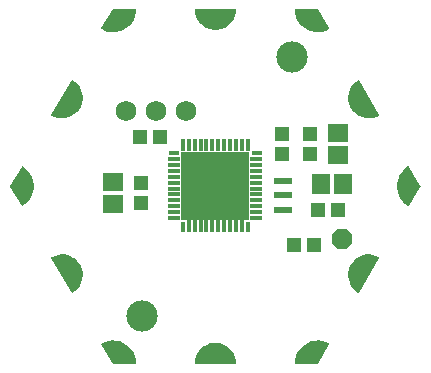
<source format=gbr>
G04 EAGLE Gerber RS-274X export*
G75*
%MOMM*%
%FSLAX34Y34*%
%LPD*%
%INSoldermask Bottom*%
%IPPOS*%
%AMOC8*
5,1,8,0,0,1.08239X$1,22.5*%
G01*
%ADD10C,2.643200*%
%ADD11R,1.203200X1.303200*%
%ADD12C,1.203200*%
%ADD13R,1.603197X0.603200*%
%ADD14R,1.016000X0.457200*%
%ADD15R,0.457200X1.016000*%
%ADD16R,5.715000X5.715000*%
%ADD17R,0.952500X0.396875*%
%ADD18R,0.396875X1.031875*%
%ADD19R,1.031875X0.396875*%
%ADD20R,0.396875X0.952500*%
%ADD21P,1.869504X8X22.500000*%
%ADD22R,1.303200X1.203200*%
%ADD23R,1.503200X1.703200*%
%ADD24R,1.703200X1.503200*%
%ADD25C,1.727200*%

G36*
X361643Y195709D02*
X361643Y195709D01*
X361672Y195706D01*
X361740Y195728D01*
X361809Y195742D01*
X361833Y195759D01*
X361861Y195768D01*
X361915Y195815D01*
X361973Y195855D01*
X361989Y195879D01*
X362011Y195899D01*
X362042Y195963D01*
X362080Y196022D01*
X362085Y196051D01*
X362098Y196077D01*
X362106Y196177D01*
X362113Y196219D01*
X362111Y196229D01*
X362112Y196243D01*
X361880Y199041D01*
X361871Y199075D01*
X361867Y199123D01*
X361177Y201844D01*
X361162Y201876D01*
X361151Y201922D01*
X360023Y204494D01*
X360003Y204522D01*
X359984Y204566D01*
X358448Y206917D01*
X358423Y206941D01*
X358397Y206982D01*
X356496Y209047D01*
X356468Y209068D01*
X356435Y209103D01*
X354219Y210828D01*
X354188Y210843D01*
X354150Y210873D01*
X351681Y212209D01*
X351648Y212219D01*
X351605Y212242D01*
X350419Y212650D01*
X348965Y213149D01*
X348950Y213154D01*
X348916Y213159D01*
X348870Y213174D01*
X346101Y213636D01*
X346066Y213635D01*
X346018Y213643D01*
X343211Y213643D01*
X343177Y213636D01*
X343128Y213636D01*
X340359Y213174D01*
X340327Y213162D01*
X340279Y213154D01*
X337624Y212242D01*
X337594Y212225D01*
X337548Y212209D01*
X335079Y210873D01*
X335052Y210851D01*
X335010Y210828D01*
X332794Y209103D01*
X332772Y209077D01*
X332733Y209047D01*
X330832Y206982D01*
X330814Y206952D01*
X330781Y206917D01*
X329245Y204566D01*
X329233Y204534D01*
X329206Y204494D01*
X328078Y201922D01*
X328071Y201889D01*
X328068Y201882D01*
X328063Y201873D01*
X328062Y201867D01*
X328052Y201844D01*
X327362Y199123D01*
X327361Y199088D01*
X327349Y199041D01*
X327117Y196243D01*
X327120Y196214D01*
X327116Y196185D01*
X327132Y196116D01*
X327140Y196046D01*
X327155Y196020D01*
X327162Y195992D01*
X327204Y195935D01*
X327239Y195873D01*
X327262Y195855D01*
X327279Y195832D01*
X327340Y195796D01*
X327397Y195753D01*
X327425Y195745D01*
X327450Y195730D01*
X327549Y195714D01*
X327590Y195703D01*
X327601Y195705D01*
X327615Y195703D01*
X361615Y195703D01*
X361643Y195709D01*
G37*
G36*
X346052Y478768D02*
X346052Y478768D01*
X346101Y478768D01*
X348870Y479230D01*
X348902Y479242D01*
X348950Y479250D01*
X351605Y480162D01*
X351635Y480179D01*
X351681Y480195D01*
X354150Y481531D01*
X354177Y481553D01*
X354219Y481576D01*
X356435Y483301D01*
X356458Y483327D01*
X356496Y483357D01*
X358397Y485422D01*
X358415Y485452D01*
X358448Y485487D01*
X359984Y487838D01*
X359996Y487870D01*
X360023Y487910D01*
X361151Y490482D01*
X361158Y490515D01*
X361177Y490560D01*
X361867Y493281D01*
X361868Y493316D01*
X361880Y493363D01*
X362112Y496161D01*
X362109Y496190D01*
X362113Y496219D01*
X362097Y496288D01*
X362089Y496358D01*
X362074Y496384D01*
X362067Y496412D01*
X362025Y496469D01*
X361990Y496531D01*
X361967Y496549D01*
X361950Y496572D01*
X361889Y496608D01*
X361832Y496651D01*
X361804Y496659D01*
X361779Y496674D01*
X361680Y496690D01*
X361639Y496701D01*
X361628Y496699D01*
X361615Y496701D01*
X327615Y496701D01*
X327586Y496695D01*
X327557Y496698D01*
X327489Y496676D01*
X327420Y496662D01*
X327396Y496645D01*
X327368Y496636D01*
X327314Y496589D01*
X327256Y496549D01*
X327240Y496525D01*
X327218Y496505D01*
X327187Y496441D01*
X327149Y496382D01*
X327144Y496353D01*
X327131Y496327D01*
X327123Y496227D01*
X327116Y496185D01*
X327118Y496175D01*
X327117Y496161D01*
X327349Y493363D01*
X327359Y493329D01*
X327362Y493281D01*
X328052Y490560D01*
X328067Y490528D01*
X328078Y490482D01*
X329206Y487910D01*
X329226Y487882D01*
X329245Y487838D01*
X330781Y485487D01*
X330806Y485463D01*
X330832Y485422D01*
X332733Y483357D01*
X332762Y483336D01*
X332794Y483301D01*
X335010Y481576D01*
X335041Y481561D01*
X335079Y481531D01*
X337548Y480195D01*
X337581Y480185D01*
X337624Y480162D01*
X340279Y479250D01*
X340314Y479246D01*
X340359Y479230D01*
X343128Y478768D01*
X343163Y478769D01*
X343211Y478761D01*
X346018Y478761D01*
X346052Y478768D01*
G37*
G36*
X223221Y256012D02*
X223221Y256012D01*
X223292Y256009D01*
X223320Y256019D01*
X223349Y256021D01*
X223439Y256063D01*
X223479Y256078D01*
X223487Y256086D01*
X223499Y256092D01*
X225803Y257691D01*
X225827Y257717D01*
X225867Y257744D01*
X227875Y259701D01*
X227895Y259730D01*
X227930Y259763D01*
X229589Y262024D01*
X229604Y262055D01*
X229632Y262094D01*
X230897Y264597D01*
X230906Y264631D01*
X230928Y264674D01*
X231763Y267351D01*
X231767Y267385D01*
X231781Y267431D01*
X232164Y270210D01*
X232162Y270244D01*
X232169Y270292D01*
X232090Y273095D01*
X232082Y273129D01*
X232081Y273177D01*
X231541Y275929D01*
X231528Y275961D01*
X231519Y276009D01*
X230534Y278634D01*
X230518Y278659D01*
X230513Y278679D01*
X230506Y278690D01*
X230498Y278709D01*
X229095Y281137D01*
X229072Y281163D01*
X229048Y281205D01*
X227263Y283368D01*
X227236Y283390D01*
X227206Y283427D01*
X225090Y285268D01*
X225059Y285285D01*
X225023Y285317D01*
X222633Y286784D01*
X222600Y286795D01*
X222559Y286821D01*
X219960Y287874D01*
X219926Y287881D01*
X219882Y287899D01*
X217145Y288510D01*
X217110Y288511D01*
X217063Y288522D01*
X214263Y288674D01*
X214228Y288669D01*
X214180Y288672D01*
X211393Y288362D01*
X211360Y288351D01*
X211312Y288346D01*
X208614Y287581D01*
X208583Y287565D01*
X208537Y287552D01*
X206001Y286353D01*
X205978Y286336D01*
X205950Y286326D01*
X205899Y286277D01*
X205842Y286234D01*
X205827Y286209D01*
X205806Y286189D01*
X205778Y286124D01*
X205742Y286063D01*
X205738Y286034D01*
X205726Y286007D01*
X205726Y285936D01*
X205717Y285865D01*
X205725Y285837D01*
X205724Y285808D01*
X205759Y285715D01*
X205770Y285674D01*
X205778Y285665D01*
X205782Y285652D01*
X222782Y256252D01*
X222802Y256230D01*
X222814Y256204D01*
X222867Y256156D01*
X222914Y256103D01*
X222940Y256091D01*
X222962Y256071D01*
X223030Y256048D01*
X223094Y256018D01*
X223123Y256016D01*
X223150Y256007D01*
X223221Y256012D01*
G37*
G36*
X475001Y403735D02*
X475001Y403735D01*
X475049Y403732D01*
X477836Y404042D01*
X477869Y404053D01*
X477917Y404058D01*
X480615Y404823D01*
X480646Y404839D01*
X480692Y404852D01*
X483228Y406051D01*
X483251Y406068D01*
X483279Y406078D01*
X483330Y406127D01*
X483387Y406170D01*
X483402Y406195D01*
X483423Y406215D01*
X483451Y406280D01*
X483487Y406342D01*
X483491Y406370D01*
X483503Y406397D01*
X483503Y406468D01*
X483512Y406539D01*
X483505Y406567D01*
X483505Y406596D01*
X483470Y406689D01*
X483459Y406730D01*
X483452Y406739D01*
X483447Y406752D01*
X466447Y436152D01*
X466427Y436174D01*
X466415Y436200D01*
X466362Y436248D01*
X466315Y436301D01*
X466289Y436313D01*
X466267Y436333D01*
X466199Y436356D01*
X466135Y436386D01*
X466106Y436388D01*
X466079Y436397D01*
X466008Y436392D01*
X465937Y436395D01*
X465909Y436385D01*
X465880Y436383D01*
X465790Y436341D01*
X465750Y436326D01*
X465742Y436318D01*
X465730Y436312D01*
X463426Y434713D01*
X463402Y434688D01*
X463363Y434660D01*
X461354Y432703D01*
X461334Y432674D01*
X461300Y432641D01*
X459640Y430380D01*
X459626Y430349D01*
X459597Y430310D01*
X458332Y427807D01*
X458323Y427773D01*
X458301Y427730D01*
X457466Y425053D01*
X457462Y425019D01*
X457448Y424973D01*
X457065Y422194D01*
X457067Y422160D01*
X457060Y422112D01*
X457139Y419309D01*
X457147Y419275D01*
X457148Y419227D01*
X457688Y416475D01*
X457701Y416443D01*
X457710Y416395D01*
X458695Y413770D01*
X458714Y413740D01*
X458731Y413695D01*
X460134Y411267D01*
X460157Y411241D01*
X460181Y411200D01*
X461966Y409036D01*
X461993Y409014D01*
X462023Y408977D01*
X464139Y407136D01*
X464170Y407119D01*
X464206Y407088D01*
X466596Y405620D01*
X466629Y405609D01*
X466670Y405583D01*
X469269Y404530D01*
X469303Y404523D01*
X469347Y404505D01*
X472084Y403894D01*
X472119Y403893D01*
X472166Y403882D01*
X474966Y403730D01*
X475001Y403735D01*
G37*
G36*
X466040Y256013D02*
X466040Y256013D01*
X466111Y256012D01*
X466138Y256023D01*
X466167Y256027D01*
X466229Y256061D01*
X466295Y256089D01*
X466315Y256110D01*
X466341Y256124D01*
X466404Y256200D01*
X466434Y256231D01*
X466438Y256241D01*
X466447Y256252D01*
X483447Y285652D01*
X483456Y285680D01*
X483473Y285704D01*
X483487Y285773D01*
X483510Y285841D01*
X483508Y285870D01*
X483514Y285898D01*
X483500Y285968D01*
X483495Y286039D01*
X483481Y286065D01*
X483476Y286093D01*
X483436Y286152D01*
X483403Y286215D01*
X483381Y286234D01*
X483364Y286258D01*
X483283Y286315D01*
X483250Y286342D01*
X483239Y286345D01*
X483228Y286353D01*
X480692Y287552D01*
X480659Y287560D01*
X480615Y287581D01*
X477917Y288346D01*
X477883Y288348D01*
X477836Y288362D01*
X475049Y288672D01*
X475014Y288669D01*
X474966Y288674D01*
X472166Y288522D01*
X472133Y288513D01*
X472084Y288510D01*
X469347Y287899D01*
X469316Y287885D01*
X469269Y287874D01*
X466670Y286821D01*
X466641Y286802D01*
X466596Y286784D01*
X464206Y285317D01*
X464180Y285293D01*
X464139Y285268D01*
X462023Y283427D01*
X462002Y283400D01*
X461966Y283368D01*
X460181Y281205D01*
X460165Y281174D01*
X460134Y281137D01*
X458731Y278709D01*
X458720Y278676D01*
X458712Y278663D01*
X458703Y278649D01*
X458702Y278646D01*
X458695Y278634D01*
X457710Y276009D01*
X457705Y275974D01*
X457688Y275929D01*
X457148Y273177D01*
X457149Y273143D01*
X457139Y273095D01*
X457060Y270292D01*
X457066Y270258D01*
X457065Y270210D01*
X457448Y267431D01*
X457459Y267399D01*
X457466Y267351D01*
X458301Y264674D01*
X458318Y264643D01*
X458332Y264597D01*
X459597Y262094D01*
X459618Y262067D01*
X459640Y262024D01*
X461300Y259763D01*
X461325Y259740D01*
X461354Y259701D01*
X463363Y257744D01*
X463392Y257725D01*
X463426Y257691D01*
X465730Y256092D01*
X465757Y256080D01*
X465779Y256062D01*
X465847Y256041D01*
X465912Y256013D01*
X465942Y256013D01*
X465970Y256005D01*
X466040Y256013D01*
G37*
G36*
X217063Y403882D02*
X217063Y403882D01*
X217096Y403891D01*
X217145Y403894D01*
X219882Y404505D01*
X219913Y404519D01*
X219960Y404530D01*
X222559Y405583D01*
X222588Y405602D01*
X222633Y405620D01*
X225023Y407088D01*
X225049Y407111D01*
X225090Y407136D01*
X227206Y408977D01*
X227227Y409004D01*
X227263Y409036D01*
X229048Y411200D01*
X229064Y411230D01*
X229095Y411267D01*
X230498Y413695D01*
X230509Y413728D01*
X230534Y413770D01*
X231519Y416395D01*
X231524Y416430D01*
X231541Y416475D01*
X232081Y419227D01*
X232080Y419262D01*
X232090Y419309D01*
X232169Y422112D01*
X232163Y422146D01*
X232164Y422194D01*
X231781Y424973D01*
X231770Y425005D01*
X231763Y425053D01*
X230928Y427730D01*
X230911Y427761D01*
X230897Y427807D01*
X229632Y430310D01*
X229611Y430337D01*
X229589Y430380D01*
X227930Y432641D01*
X227904Y432664D01*
X227875Y432703D01*
X225867Y434660D01*
X225837Y434679D01*
X225803Y434713D01*
X223499Y436312D01*
X223472Y436324D01*
X223450Y436342D01*
X223382Y436363D01*
X223317Y436391D01*
X223287Y436391D01*
X223259Y436399D01*
X223189Y436391D01*
X223118Y436392D01*
X223091Y436381D01*
X223062Y436377D01*
X223000Y436343D01*
X222934Y436315D01*
X222914Y436294D01*
X222888Y436280D01*
X222825Y436204D01*
X222795Y436173D01*
X222791Y436163D01*
X222782Y436152D01*
X205782Y406752D01*
X205773Y406724D01*
X205756Y406700D01*
X205742Y406631D01*
X205719Y406563D01*
X205721Y406534D01*
X205715Y406506D01*
X205729Y406436D01*
X205734Y406365D01*
X205748Y406339D01*
X205753Y406311D01*
X205793Y406252D01*
X205826Y406189D01*
X205848Y406170D01*
X205865Y406146D01*
X205946Y406089D01*
X205979Y406062D01*
X205990Y406059D01*
X206001Y406051D01*
X208537Y404852D01*
X208570Y404844D01*
X208614Y404823D01*
X211312Y404058D01*
X211347Y404056D01*
X211393Y404042D01*
X214180Y403732D01*
X214215Y403735D01*
X214263Y403730D01*
X217063Y403882D01*
G37*
G36*
X508342Y329213D02*
X508342Y329213D01*
X508413Y329213D01*
X508439Y329224D01*
X508468Y329227D01*
X508530Y329262D01*
X508596Y329290D01*
X508616Y329310D01*
X508641Y329325D01*
X508705Y329402D01*
X508735Y329432D01*
X508739Y329442D01*
X508747Y329453D01*
X518247Y345953D01*
X518258Y345985D01*
X518266Y345998D01*
X518270Y346022D01*
X518271Y346026D01*
X518302Y346096D01*
X518303Y346120D01*
X518310Y346142D01*
X518304Y346218D01*
X518305Y346295D01*
X518296Y346319D01*
X518294Y346340D01*
X518274Y346379D01*
X518247Y346451D01*
X508747Y362951D01*
X508728Y362973D01*
X508716Y362999D01*
X508663Y363047D01*
X508616Y363100D01*
X508590Y363113D01*
X508568Y363132D01*
X508501Y363155D01*
X508436Y363186D01*
X508407Y363188D01*
X508380Y363197D01*
X508309Y363192D01*
X508238Y363195D01*
X508211Y363185D01*
X508182Y363183D01*
X508091Y363141D01*
X508051Y363126D01*
X508043Y363119D01*
X508031Y363113D01*
X505507Y361371D01*
X505484Y361347D01*
X505445Y361320D01*
X503234Y359196D01*
X503215Y359168D01*
X503181Y359136D01*
X501339Y356685D01*
X501324Y356654D01*
X501296Y356617D01*
X499871Y353902D01*
X499862Y353871D01*
X499846Y353846D01*
X499844Y353838D01*
X499839Y353828D01*
X498868Y350920D01*
X498864Y350886D01*
X498849Y350842D01*
X498357Y347815D01*
X498359Y347781D01*
X498351Y347735D01*
X498351Y344669D01*
X498351Y344665D01*
X498351Y344663D01*
X498357Y344636D01*
X498358Y344636D01*
X498357Y344589D01*
X498849Y341562D01*
X498861Y341531D01*
X498868Y341484D01*
X499839Y338576D01*
X499856Y338547D01*
X499871Y338502D01*
X501296Y335787D01*
X501317Y335761D01*
X501339Y335719D01*
X503181Y333268D01*
X503206Y333245D01*
X503234Y333208D01*
X505445Y331084D01*
X505474Y331066D01*
X505507Y331033D01*
X508031Y329291D01*
X508058Y329280D01*
X508080Y329261D01*
X508148Y329241D01*
X508214Y329213D01*
X508243Y329213D01*
X508270Y329205D01*
X508342Y329213D01*
G37*
G36*
X180920Y329212D02*
X180920Y329212D01*
X180991Y329209D01*
X181019Y329219D01*
X181047Y329221D01*
X181138Y329263D01*
X181178Y329278D01*
X181186Y329285D01*
X181198Y329291D01*
X183722Y331033D01*
X183745Y331057D01*
X183784Y331084D01*
X185995Y333208D01*
X186014Y333236D01*
X186048Y333268D01*
X187890Y335719D01*
X187905Y335750D01*
X187933Y335787D01*
X189358Y338502D01*
X189368Y338535D01*
X189390Y338576D01*
X190361Y341484D01*
X190365Y341518D01*
X190380Y341562D01*
X190872Y344589D01*
X190870Y344623D01*
X190878Y344669D01*
X190878Y347735D01*
X190872Y347768D01*
X190872Y347815D01*
X190380Y350842D01*
X190368Y350873D01*
X190361Y350920D01*
X189390Y353828D01*
X189376Y353851D01*
X189370Y353876D01*
X189364Y353885D01*
X189358Y353902D01*
X187933Y356617D01*
X187912Y356643D01*
X187890Y356685D01*
X186048Y359136D01*
X186023Y359159D01*
X185995Y359196D01*
X183784Y361320D01*
X183755Y361338D01*
X183722Y361371D01*
X181198Y363113D01*
X181171Y363124D01*
X181149Y363143D01*
X181081Y363163D01*
X181015Y363191D01*
X180986Y363191D01*
X180959Y363199D01*
X180888Y363191D01*
X180816Y363192D01*
X180790Y363180D01*
X180761Y363177D01*
X180699Y363142D01*
X180633Y363114D01*
X180613Y363094D01*
X180588Y363079D01*
X180524Y363002D01*
X180494Y362972D01*
X180490Y362962D01*
X180482Y362951D01*
X170982Y346451D01*
X170958Y346378D01*
X170927Y346308D01*
X170926Y346284D01*
X170919Y346262D01*
X170925Y346186D01*
X170924Y346109D01*
X170933Y346085D01*
X170935Y346064D01*
X170955Y346025D01*
X170975Y345973D01*
X170976Y345967D01*
X170977Y345965D01*
X170982Y345953D01*
X180482Y329453D01*
X180501Y329431D01*
X180513Y329405D01*
X180566Y329357D01*
X180613Y329304D01*
X180640Y329291D01*
X180661Y329272D01*
X180728Y329249D01*
X180793Y329218D01*
X180822Y329217D01*
X180849Y329207D01*
X180920Y329212D01*
G37*
G36*
X431291Y195718D02*
X431291Y195718D01*
X431368Y195727D01*
X431388Y195738D01*
X431409Y195742D01*
X431474Y195786D01*
X431541Y195825D01*
X431557Y195844D01*
X431573Y195855D01*
X431597Y195893D01*
X431647Y195953D01*
X441147Y212453D01*
X441156Y212480D01*
X441173Y212504D01*
X441187Y212574D01*
X441210Y212642D01*
X441208Y212670D01*
X441214Y212698D01*
X441200Y212769D01*
X441194Y212840D01*
X441181Y212865D01*
X441176Y212893D01*
X441136Y212953D01*
X441103Y213016D01*
X441080Y213034D01*
X441064Y213058D01*
X440982Y213116D01*
X440949Y213143D01*
X440939Y213146D01*
X440928Y213153D01*
X438162Y214462D01*
X438129Y214470D01*
X438087Y214490D01*
X435147Y215338D01*
X435113Y215341D01*
X435068Y215354D01*
X432030Y215719D01*
X431996Y215716D01*
X431950Y215722D01*
X428893Y215595D01*
X428860Y215587D01*
X428813Y215586D01*
X425816Y214970D01*
X425784Y214957D01*
X425738Y214948D01*
X422879Y213859D01*
X422850Y213841D01*
X422806Y213825D01*
X420158Y212291D01*
X420133Y212269D01*
X420092Y212246D01*
X417724Y210308D01*
X417703Y210281D01*
X417666Y210252D01*
X415640Y207959D01*
X415623Y207930D01*
X415592Y207895D01*
X413959Y205307D01*
X413947Y205275D01*
X413922Y205236D01*
X412726Y202419D01*
X412719Y202386D01*
X412717Y202379D01*
X412712Y202373D01*
X412711Y202367D01*
X412701Y202343D01*
X411972Y199371D01*
X411971Y199337D01*
X411959Y199292D01*
X411717Y196242D01*
X411720Y196213D01*
X411716Y196185D01*
X411732Y196116D01*
X411741Y196044D01*
X411755Y196020D01*
X411762Y195992D01*
X411804Y195934D01*
X411840Y195872D01*
X411863Y195855D01*
X411879Y195832D01*
X411941Y195795D01*
X411999Y195752D01*
X412026Y195745D01*
X412050Y195730D01*
X412151Y195714D01*
X412191Y195703D01*
X412202Y195705D01*
X412215Y195703D01*
X431215Y195703D01*
X431291Y195718D01*
G37*
G36*
X431983Y476687D02*
X431983Y476687D01*
X432030Y476685D01*
X435068Y477050D01*
X435100Y477061D01*
X435147Y477066D01*
X438087Y477914D01*
X438117Y477930D01*
X438162Y477942D01*
X440928Y479251D01*
X440951Y479268D01*
X440978Y479278D01*
X441030Y479327D01*
X441087Y479370D01*
X441102Y479395D01*
X441122Y479414D01*
X441151Y479480D01*
X441187Y479542D01*
X441191Y479570D01*
X441202Y479596D01*
X441203Y479668D01*
X441212Y479739D01*
X441205Y479766D01*
X441205Y479795D01*
X441170Y479890D01*
X441159Y479930D01*
X441152Y479939D01*
X441147Y479951D01*
X431647Y496451D01*
X431596Y496510D01*
X431550Y496572D01*
X431530Y496583D01*
X431516Y496600D01*
X431445Y496634D01*
X431379Y496674D01*
X431354Y496678D01*
X431336Y496686D01*
X431292Y496688D01*
X431215Y496701D01*
X412215Y496701D01*
X412187Y496696D01*
X412158Y496698D01*
X412090Y496676D01*
X412020Y496662D01*
X411996Y496646D01*
X411969Y496637D01*
X411915Y496590D01*
X411856Y496549D01*
X411840Y496525D01*
X411819Y496507D01*
X411787Y496442D01*
X411749Y496382D01*
X411744Y496354D01*
X411731Y496328D01*
X411722Y496227D01*
X411716Y496185D01*
X411718Y496175D01*
X411717Y496162D01*
X411959Y493112D01*
X411969Y493080D01*
X411972Y493033D01*
X412701Y490061D01*
X412715Y490030D01*
X412726Y489985D01*
X413922Y487168D01*
X413941Y487140D01*
X413959Y487097D01*
X415592Y484509D01*
X415615Y484485D01*
X415640Y484445D01*
X417666Y482152D01*
X417693Y482132D01*
X417724Y482096D01*
X420092Y480158D01*
X420122Y480142D01*
X420158Y480113D01*
X422806Y478580D01*
X422838Y478569D01*
X422879Y478545D01*
X425738Y477457D01*
X425772Y477451D01*
X425816Y477434D01*
X428813Y476818D01*
X428847Y476818D01*
X428893Y476809D01*
X431950Y476682D01*
X431983Y476687D01*
G37*
G36*
X277042Y195708D02*
X277042Y195708D01*
X277071Y195706D01*
X277139Y195728D01*
X277209Y195742D01*
X277233Y195758D01*
X277260Y195767D01*
X277314Y195814D01*
X277373Y195855D01*
X277389Y195879D01*
X277410Y195897D01*
X277442Y195962D01*
X277480Y196022D01*
X277485Y196050D01*
X277498Y196076D01*
X277507Y196177D01*
X277513Y196219D01*
X277511Y196229D01*
X277512Y196242D01*
X277270Y199292D01*
X277260Y199324D01*
X277257Y199371D01*
X276528Y202343D01*
X276514Y202374D01*
X276503Y202419D01*
X275307Y205236D01*
X275288Y205264D01*
X275270Y205307D01*
X273637Y207895D01*
X273614Y207919D01*
X273589Y207959D01*
X271563Y210252D01*
X271536Y210272D01*
X271505Y210308D01*
X269137Y212246D01*
X269107Y212262D01*
X269071Y212291D01*
X266423Y213825D01*
X266391Y213835D01*
X266350Y213859D01*
X263491Y214948D01*
X263457Y214953D01*
X263413Y214970D01*
X260416Y215586D01*
X260382Y215586D01*
X260336Y215595D01*
X257279Y215722D01*
X257246Y215717D01*
X257199Y215719D01*
X254161Y215354D01*
X254129Y215343D01*
X254082Y215338D01*
X251142Y214490D01*
X251112Y214474D01*
X251067Y214462D01*
X248301Y213153D01*
X248278Y213136D01*
X248251Y213126D01*
X248199Y213077D01*
X248142Y213034D01*
X248127Y213009D01*
X248107Y212990D01*
X248078Y212924D01*
X248042Y212862D01*
X248038Y212834D01*
X248027Y212808D01*
X248026Y212736D01*
X248017Y212665D01*
X248024Y212638D01*
X248024Y212609D01*
X248059Y212514D01*
X248071Y212474D01*
X248077Y212465D01*
X248082Y212453D01*
X257582Y195953D01*
X257633Y195895D01*
X257679Y195832D01*
X257699Y195821D01*
X257713Y195804D01*
X257784Y195770D01*
X257850Y195730D01*
X257875Y195726D01*
X257893Y195718D01*
X257937Y195716D01*
X258015Y195703D01*
X277015Y195703D01*
X277042Y195708D01*
G37*
G36*
X260336Y476809D02*
X260336Y476809D01*
X260369Y476817D01*
X260416Y476818D01*
X263413Y477434D01*
X263445Y477447D01*
X263491Y477457D01*
X266350Y478545D01*
X266379Y478563D01*
X266423Y478580D01*
X269071Y480113D01*
X269096Y480135D01*
X269137Y480158D01*
X271505Y482096D01*
X271526Y482123D01*
X271563Y482152D01*
X273589Y484445D01*
X273606Y484474D01*
X273637Y484509D01*
X275270Y487097D01*
X275282Y487129D01*
X275307Y487168D01*
X276503Y489985D01*
X276510Y490018D01*
X276528Y490061D01*
X277257Y493033D01*
X277258Y493067D01*
X277270Y493112D01*
X277512Y496162D01*
X277509Y496191D01*
X277513Y496219D01*
X277497Y496288D01*
X277488Y496360D01*
X277474Y496384D01*
X277467Y496412D01*
X277425Y496470D01*
X277389Y496532D01*
X277366Y496549D01*
X277350Y496572D01*
X277288Y496609D01*
X277230Y496652D01*
X277203Y496659D01*
X277179Y496674D01*
X277078Y496690D01*
X277038Y496701D01*
X277027Y496699D01*
X277015Y496701D01*
X258015Y496701D01*
X257938Y496686D01*
X257861Y496677D01*
X257841Y496666D01*
X257820Y496662D01*
X257756Y496618D01*
X257688Y496579D01*
X257672Y496560D01*
X257656Y496549D01*
X257632Y496511D01*
X257582Y496451D01*
X248082Y479951D01*
X248073Y479924D01*
X248056Y479900D01*
X248042Y479830D01*
X248019Y479762D01*
X248021Y479734D01*
X248015Y479706D01*
X248029Y479636D01*
X248035Y479564D01*
X248048Y479539D01*
X248053Y479511D01*
X248093Y479451D01*
X248126Y479388D01*
X248149Y479370D01*
X248165Y479346D01*
X248247Y479288D01*
X248280Y479261D01*
X248290Y479258D01*
X248301Y479251D01*
X251067Y477942D01*
X251100Y477934D01*
X251142Y477914D01*
X254082Y477066D01*
X254116Y477063D01*
X254161Y477050D01*
X257199Y476685D01*
X257233Y476688D01*
X257279Y476682D01*
X260336Y476809D01*
G37*
D10*
X282296Y236576D03*
X409169Y455778D03*
D11*
X448781Y325843D03*
X431781Y325843D03*
D12*
X427215Y489302D03*
X509815Y346202D03*
X427215Y203102D03*
X262015Y203102D03*
X179415Y346202D03*
X262015Y489302D03*
X468515Y417702D03*
X468515Y274702D03*
X344615Y203102D03*
X220715Y274702D03*
X220715Y417702D03*
X344615Y489302D03*
D13*
X402249Y326590D03*
X402249Y338590D03*
X402249Y350590D03*
D14*
X379032Y369375D03*
X379032Y364373D03*
X379032Y359372D03*
X379032Y354371D03*
X379032Y349370D03*
X379032Y344368D03*
X379032Y339367D03*
X379032Y334366D03*
X379032Y329365D03*
X379032Y324363D03*
D15*
X366994Y312325D03*
X361992Y312325D03*
X356991Y312325D03*
X351990Y312325D03*
X346989Y312325D03*
X341987Y312325D03*
X336986Y312325D03*
X331985Y312325D03*
X326984Y312325D03*
X321982Y312325D03*
D14*
X309944Y324363D03*
X309944Y329365D03*
X309944Y334366D03*
X309944Y339367D03*
X309944Y344368D03*
X309944Y349370D03*
X309944Y354371D03*
X309944Y359372D03*
X309944Y364373D03*
X309944Y369375D03*
D15*
X321982Y381413D03*
X326984Y381413D03*
X331985Y381413D03*
X336986Y381413D03*
X341987Y381413D03*
X346989Y381413D03*
X351990Y381413D03*
X356991Y381413D03*
X361992Y381413D03*
X366994Y381413D03*
D16*
X344488Y346869D03*
D17*
X309563Y374253D03*
D18*
X317103Y381397D03*
X371872Y381397D03*
D17*
X379413Y374253D03*
D19*
X379016Y319484D03*
D20*
X371872Y311944D03*
X317103Y311944D03*
D19*
X309959Y319484D03*
D21*
X451476Y301669D03*
D11*
X298083Y388311D03*
X281083Y388311D03*
D22*
X410874Y296827D03*
X427874Y296827D03*
D11*
X424798Y390501D03*
X424798Y373501D03*
X400777Y390499D03*
X400777Y373499D03*
X281623Y349419D03*
X281623Y332419D03*
D23*
X452936Y348159D03*
X433936Y348159D03*
D24*
X448691Y391500D03*
X448691Y372500D03*
X257957Y350082D03*
X257957Y331082D03*
D25*
X320015Y409647D03*
X294615Y409647D03*
X269215Y409647D03*
M02*

</source>
